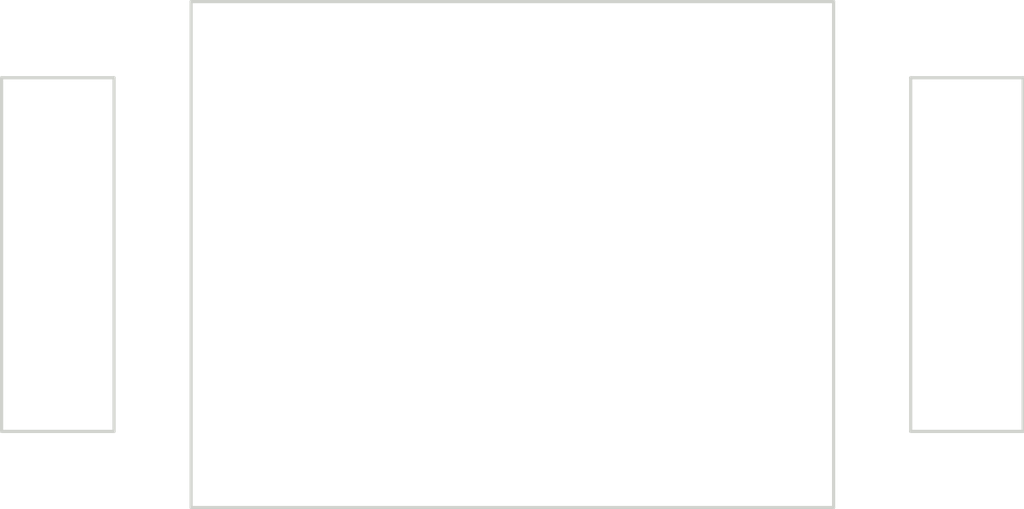
<source format=kicad_pcb>
(kicad_pcb (version 3) (host pcbnew "(2013-08-24 BZR 4298)-stable")

  (general
    (links 0)
    (no_connects 0)
    (area 74.253739 74.253739 125.746261 125.746261)
    (thickness 1.6)
    (drawings 12)
    (tracks 0)
    (zones 0)
    (modules 0)
    (nets 1)
  )

  (page USLetter)
  (layers
    (15 F.Cu signal)
    (0 B.Cu signal)
    (16 B.Adhes user)
    (17 F.Adhes user)
    (18 B.Paste user)
    (19 F.Paste user)
    (20 B.SilkS user)
    (21 F.SilkS user)
    (22 B.Mask user)
    (23 F.Mask user)
    (24 Dwgs.User user)
    (25 Cmts.User user)
    (26 Eco1.User user)
    (27 Eco2.User user)
    (28 Edge.Cuts user)
  )

  (setup
    (last_trace_width 0.254)
    (trace_clearance 0.254)
    (zone_clearance 0.508)
    (zone_45_only no)
    (trace_min 0.254)
    (segment_width 0.2)
    (edge_width 0.1)
    (via_size 0.889)
    (via_drill 0.635)
    (via_min_size 0.889)
    (via_min_drill 0.508)
    (uvia_size 0.508)
    (uvia_drill 0.127)
    (uvias_allowed no)
    (uvia_min_size 0.508)
    (uvia_min_drill 0.127)
    (pcb_text_width 0.3)
    (pcb_text_size 1.5 1.5)
    (mod_edge_width 0.15)
    (mod_text_size 1 1)
    (mod_text_width 0.15)
    (pad_size 1.5 1.5)
    (pad_drill 0.6)
    (pad_to_mask_clearance 0)
    (aux_axis_origin 0 0)
    (visible_elements 7FFFFFFF)
    (pcbplotparams
      (layerselection 268435456)
      (usegerberextensions true)
      (excludeedgelayer true)
      (linewidth 0.150000)
      (plotframeref false)
      (viasonmask false)
      (mode 1)
      (useauxorigin false)
      (hpglpennumber 1)
      (hpglpenspeed 20)
      (hpglpendiameter 15)
      (hpglpenoverlay 2)
      (psnegative false)
      (psa4output false)
      (plotreference true)
      (plotvalue true)
      (plotothertext true)
      (plotinvisibletext false)
      (padsonsilk false)
      (subtractmaskfromsilk false)
      (outputformat 1)
      (mirror false)
      (drillshape 0)
      (scaleselection 1)
      (outputdirectory ""))
  )

  (net 0 "")

  (net_class Default "This is the default net class."
    (clearance 0.254)
    (trace_width 0.254)
    (via_dia 0.889)
    (via_drill 0.635)
    (uvia_dia 0.508)
    (uvia_drill 0.127)
    (add_net "")
  )

  (gr_line (start 94.1 102.37) (end 94.1 113.38) (angle 90) (layer Edge.Cuts) (width 0.1) (tstamp 5247102A))
  (gr_line (start 94.1 113.38) (end 97.6 113.38) (angle 90) (layer Edge.Cuts) (width 0.1) (tstamp 52471029))
  (gr_line (start 97.6 102.37) (end 97.6 113.38) (angle 90) (layer Edge.Cuts) (width 0.1) (tstamp 52471028))
  (gr_line (start 94.1 102.37) (end 97.6 102.37) (angle 90) (layer Edge.Cuts) (width 0.1) (tstamp 52471027))
  (gr_line (start 122.4 102.37) (end 125.9 102.37) (angle 90) (layer Edge.Cuts) (width 0.1))
  (gr_line (start 125.9 113.38) (end 125.9 102.37) (angle 90) (layer Edge.Cuts) (width 0.1))
  (gr_line (start 122.4 113.38) (end 125.9 113.38) (angle 90) (layer Edge.Cuts) (width 0.1))
  (gr_line (start 122.4 102.37) (end 122.4 113.38) (angle 90) (layer Edge.Cuts) (width 0.1))
  (gr_line (start 100 100) (end 100 115.75) (angle 90) (layer Edge.Cuts) (width 0.1))
  (gr_line (start 100 115.75) (end 120 115.75) (angle 90) (layer Edge.Cuts) (width 0.1))
  (gr_line (start 120 100) (end 120 115.75) (angle 90) (layer Edge.Cuts) (width 0.1))
  (gr_line (start 100 100) (end 120 100) (angle 90) (layer Edge.Cuts) (width 0.1))

)

</source>
